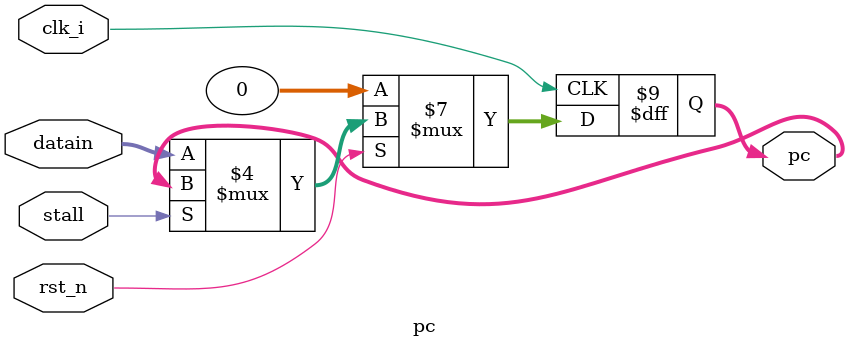
<source format=sv>
module pc (
 input  logic        clk_i,
 input  logic        rst_n,
 input  logic        stall,
 input  logic [31:0] datain,
 output logic [31:0] pc
);



always_ff @(posedge clk_i) begin : proc_pc
 if (!rst_n) begin
  pc <= 32'b0 ;
 end else if(!stall) begin
  pc <= datain ;
  end
 end
 
endmodule : pc

</source>
